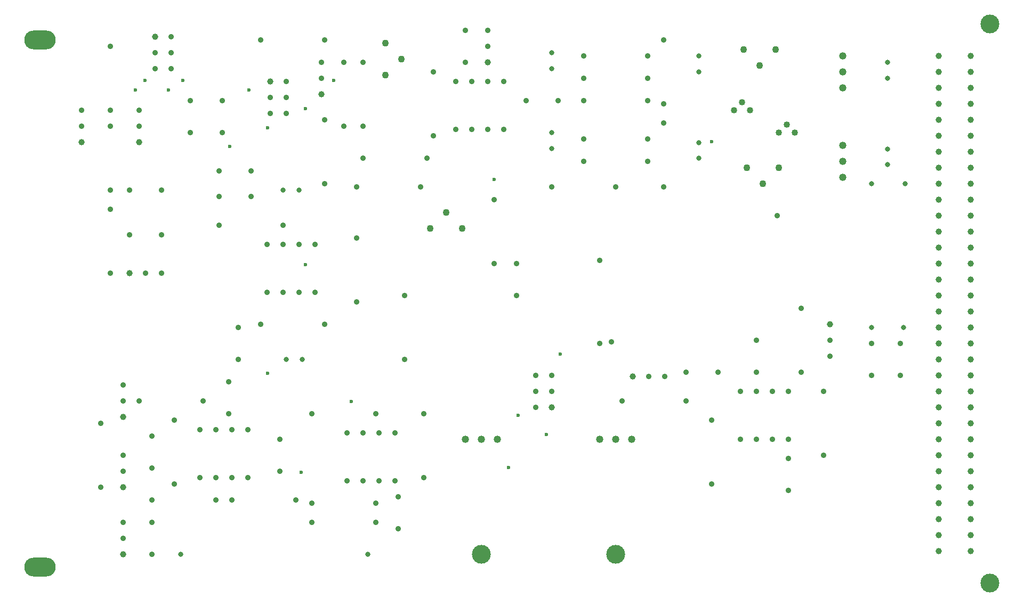
<source format=gbr>
G04 Generated by Ultiboard 10.0 *
%FSLAX25Y25*%
%MOIN*%

%ADD10O,0.19685X0.11811*%
%ADD11C,0.02362*%
%ADD12C,0.11811*%
%ADD13C,0.03500*%
%ADD14C,0.04000*%
%ADD15C,0.04333*%
%ADD16C,0.03150*%
%ADD17C,0.03543*%
%ADD18C,0.03917*%
%ADD19C,0.04667*%
%ADD20C,0.03937*%


G04 ColorRGB 000000 for the following layer *
%LNBohrung-Copper Top-Copper Bottom*%
%LPD*%
%FSLAX25Y25*%
%MOIN*%
G54D10*
X26000Y32000D03*
X26000Y362000D03*
G54D11*
X96500Y40000D03*
X189165Y91535D03*
X191929Y221457D03*
X168307Y153543D03*
X220646Y135874D03*
X91535Y336614D03*
X85630Y330709D03*
X106299Y330709D03*
X115157Y336614D03*
X191929Y318898D03*
X144685Y295276D03*
X168307Y307087D03*
X156496Y330709D03*
X209646Y336614D03*
X376000Y172000D03*
X324803Y126969D03*
X318898Y94488D03*
X342520Y115157D03*
X351378Y165354D03*
X310039Y274606D03*
X445866Y298228D03*
G54D12*
X302000Y40000D03*
X386000Y40000D03*
X620000Y22000D03*
X620000Y372000D03*
G54D13*
X494000Y80000D03*
X494000Y100000D03*
X502000Y154000D03*
X502000Y194000D03*
X254000Y162000D03*
X254000Y202000D03*
X224000Y270000D03*
X264000Y270000D03*
X228000Y288000D03*
X268000Y288000D03*
X250000Y56000D03*
X250000Y76000D03*
X218000Y86000D03*
X218000Y116000D03*
X238000Y86000D03*
X228000Y86000D03*
X248000Y86000D03*
X238000Y116000D03*
X228000Y116000D03*
X248000Y116000D03*
X158000Y264000D03*
X138000Y264000D03*
X82000Y240000D03*
X102000Y240000D03*
X70000Y216000D03*
X70000Y256000D03*
X96000Y74000D03*
X136000Y74000D03*
X126000Y88000D03*
X126000Y118000D03*
X156000Y118000D03*
X156000Y88000D03*
X136000Y88000D03*
X146000Y88000D03*
X136000Y118000D03*
X146000Y118000D03*
X128000Y136000D03*
X88000Y136000D03*
X110000Y124000D03*
X110000Y84000D03*
X78000Y136000D03*
X78000Y146000D03*
X64000Y82000D03*
X64000Y122000D03*
X96000Y60000D03*
X96000Y40000D03*
X78000Y60000D03*
X78000Y50000D03*
X96000Y94000D03*
X96000Y114000D03*
X78000Y92000D03*
X78000Y102000D03*
X92000Y216000D03*
X102000Y216000D03*
X144000Y128000D03*
X144000Y148000D03*
X196000Y128000D03*
X236000Y128000D03*
X186000Y74000D03*
X146000Y74000D03*
X176000Y92000D03*
X176000Y112000D03*
X196000Y60000D03*
X236000Y60000D03*
X196000Y72000D03*
X236000Y72000D03*
X188000Y204000D03*
X188000Y234000D03*
X168000Y204000D03*
X178000Y204000D03*
X168000Y234000D03*
X178000Y234000D03*
X198000Y204000D03*
X198000Y234000D03*
X150000Y162000D03*
X150000Y182000D03*
X224000Y198000D03*
X224000Y238000D03*
X120000Y304000D03*
X120000Y324000D03*
X140000Y304000D03*
X140000Y324000D03*
X52000Y318000D03*
X52000Y308000D03*
X70000Y318000D03*
X70000Y358000D03*
X88000Y318000D03*
X88000Y308000D03*
X82000Y268000D03*
X102000Y268000D03*
X70000Y268000D03*
X70000Y308000D03*
X98000Y344000D03*
X108000Y344000D03*
X108000Y364000D03*
X108000Y354000D03*
X98000Y354000D03*
X164000Y362000D03*
X204000Y362000D03*
X180000Y316000D03*
X170000Y316000D03*
X170000Y326000D03*
X180000Y326000D03*
X180000Y336000D03*
X158000Y280000D03*
X138000Y280000D03*
X228000Y308000D03*
X228000Y348000D03*
X204000Y312000D03*
X204000Y272000D03*
X216000Y308000D03*
X216000Y348000D03*
X202000Y348000D03*
X202000Y338000D03*
X487000Y252000D03*
X383234Y173057D03*
X310000Y222000D03*
X310000Y262000D03*
X376000Y172000D03*
X376000Y224000D03*
X266000Y128000D03*
X266000Y88000D03*
X346000Y142000D03*
X346000Y152000D03*
X336000Y142000D03*
X336000Y132000D03*
X336000Y152000D03*
X324000Y222000D03*
X324000Y202000D03*
X474000Y112000D03*
X464000Y112000D03*
X484000Y112000D03*
X494000Y112000D03*
X474000Y142000D03*
X464000Y142000D03*
X484000Y142000D03*
X494000Y142000D03*
X446000Y124000D03*
X446000Y84000D03*
X474000Y154000D03*
X474000Y174000D03*
X430000Y154000D03*
X450000Y154000D03*
X390000Y136000D03*
X430000Y136000D03*
X406708Y151292D03*
X416708Y151292D03*
X346000Y270000D03*
X386000Y270000D03*
X366000Y324000D03*
X406000Y324000D03*
X366000Y338000D03*
X406000Y338000D03*
X366000Y352000D03*
X406000Y352000D03*
X366000Y286000D03*
X406000Y286000D03*
X366000Y300000D03*
X406000Y300000D03*
X316000Y336000D03*
X316000Y306000D03*
X286000Y306000D03*
X296000Y306000D03*
X306000Y306000D03*
X286000Y336000D03*
X296000Y336000D03*
X306000Y336000D03*
X306000Y358000D03*
X306000Y368000D03*
X272000Y302000D03*
X272000Y342000D03*
X292000Y348000D03*
X292000Y368000D03*
X330000Y324000D03*
X350000Y324000D03*
X516000Y102000D03*
X516000Y142000D03*
X564000Y152000D03*
X564000Y172000D03*
X520000Y174000D03*
X520000Y164000D03*
X546000Y152000D03*
X546000Y172000D03*
G54D14*
X488000Y304000D03*
X493000Y309000D03*
X498000Y304000D03*
X470000Y318000D03*
X460000Y318000D03*
X465000Y323000D03*
G54D15*
X252000Y350000D03*
X242000Y340000D03*
X242000Y360000D03*
X280000Y254000D03*
X270000Y244000D03*
X290000Y244000D03*
X468000Y282000D03*
X488000Y282000D03*
X478000Y272000D03*
X476000Y346000D03*
X466000Y356000D03*
X486000Y356000D03*
G54D16*
X187843Y268000D03*
X178000Y268000D03*
X114000Y40000D03*
X231000Y40000D03*
X189843Y162000D03*
X180000Y162000D03*
X346000Y304000D03*
X346000Y294157D03*
X346000Y344157D03*
X346000Y354000D03*
X438000Y297843D03*
X438000Y288000D03*
X438000Y342157D03*
X438000Y352000D03*
X566000Y182000D03*
X567000Y272000D03*
X546000Y182000D03*
X546000Y272000D03*
X556000Y348000D03*
X556000Y338157D03*
X556000Y284000D03*
X556000Y293843D03*
G54D17*
X138000Y246000D03*
X178000Y246000D03*
X164000Y184000D03*
X204000Y184000D03*
X416000Y270000D03*
X416000Y310000D03*
X416000Y322000D03*
X416000Y362000D03*
G54D18*
X78000Y126000D03*
X78000Y40000D03*
X78000Y82000D03*
X82000Y216000D03*
X52000Y298000D03*
X88000Y298000D03*
X98000Y364000D03*
X170000Y336000D03*
X202000Y328000D03*
X346000Y132000D03*
X396708Y151292D03*
X306000Y348000D03*
X520000Y184000D03*
G54D19*
X376000Y112000D03*
X396000Y112000D03*
X386000Y112000D03*
X312000Y112000D03*
X302000Y112000D03*
X292000Y112000D03*
X528000Y286000D03*
X528000Y276000D03*
X528000Y296000D03*
X528000Y342000D03*
X528000Y332000D03*
X528000Y352000D03*
G54D20*
X588000Y252000D03*
X607921Y252000D03*
X588000Y62000D03*
X607921Y62000D03*
X588000Y42000D03*
X588000Y52000D03*
X607921Y42000D03*
X607921Y52000D03*
X588000Y92000D03*
X588000Y72000D03*
X588000Y82000D03*
X588000Y112000D03*
X588000Y102000D03*
X588000Y122000D03*
X607921Y92000D03*
X607921Y72000D03*
X607921Y82000D03*
X607921Y112000D03*
X607921Y102000D03*
X607921Y122000D03*
X588000Y192000D03*
X607921Y192000D03*
X588000Y142000D03*
X588000Y132000D03*
X588000Y152000D03*
X588000Y172000D03*
X588000Y162000D03*
X588000Y182000D03*
X607921Y142000D03*
X607921Y132000D03*
X607921Y152000D03*
X607921Y172000D03*
X607921Y162000D03*
X607921Y182000D03*
X588000Y222000D03*
X588000Y202000D03*
X588000Y212000D03*
X588000Y232000D03*
X588000Y242000D03*
X607921Y222000D03*
X607921Y202000D03*
X607921Y212000D03*
X607921Y232000D03*
X607921Y242000D03*
X588000Y282000D03*
X588000Y262000D03*
X588000Y272000D03*
X588000Y292000D03*
X588000Y312000D03*
X588000Y302000D03*
X607921Y282000D03*
X607921Y262000D03*
X607921Y272000D03*
X607921Y292000D03*
X607921Y312000D03*
X607921Y302000D03*
X588000Y332000D03*
X588000Y322000D03*
X588000Y342000D03*
X588000Y352000D03*
X607921Y332000D03*
X607921Y322000D03*
X607921Y342000D03*
X607921Y352000D03*

M00*

</source>
